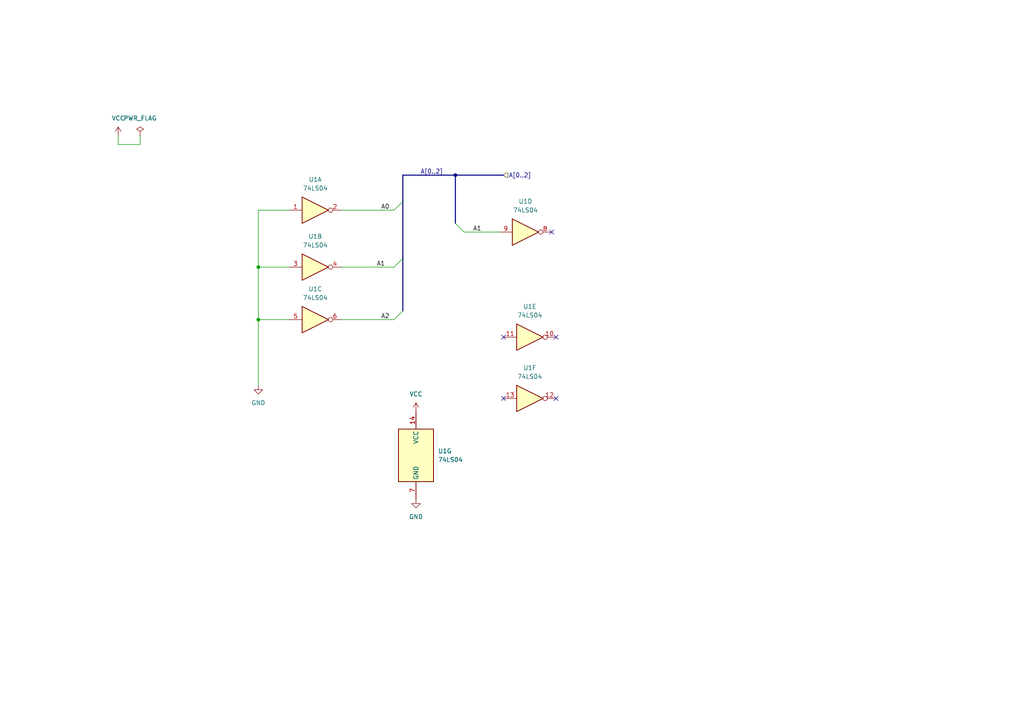
<source format=kicad_sch>
(kicad_sch (version 20230819) (generator eeschema)
  (paper "A4")
  (lib_symbols
    (symbol "74xx:74LS04"
      (property "Reference" "U" (at 0 1.27 0))
      (property "Value" "74LS04" (at 0 -1.27 0))
      (symbol "74LS04_1_0"
        (polyline (pts (xy -3.81 3.81) (xy -3.81 -3.81) (xy 3.81 0) (xy -3.81 3.81)) (stroke (width 0.254)) (fill (type background)))
        (pin input line (at -7.62 0 0) (length 3.81) (name "~") (number "1"))
        (pin output inverted (at 7.62 0 180) (length 3.81) (name "~") (number "2"))
      )
      (symbol "74LS04_2_0"
        (polyline (pts (xy -3.81 3.81) (xy -3.81 -3.81) (xy 3.81 0) (xy -3.81 3.81)) (stroke (width 0.254)) (fill (type background)))
        (pin input line (at -7.62 0 0) (length 3.81) (name "~") (number "3"))
        (pin output inverted (at 7.62 0 180) (length 3.81) (name "~") (number "4"))
      )
      (symbol "74LS04_3_0"
        (polyline (pts (xy -3.81 3.81) (xy -3.81 -3.81) (xy 3.81 0) (xy -3.81 3.81)) (stroke (width 0.254)) (fill (type background)))
        (pin input line (at -7.62 0 0) (length 3.81) (name "~") (number "5"))
        (pin output inverted (at 7.62 0 180) (length 3.81) (name "~") (number "6"))
      )
      (symbol "74LS04_4_0"
        (polyline (pts (xy -3.81 3.81) (xy -3.81 -3.81) (xy 3.81 0) (xy -3.81 3.81)) (stroke (width 0.254)) (fill (type background)))
        (pin output inverted (at 7.62 0 180) (length 3.81) (name "~") (number "8"))
        (pin input line (at -7.62 0 0) (length 3.81) (name "~") (number "9"))
      )
      (symbol "74LS04_5_0"
        (polyline (pts (xy -3.81 3.81) (xy -3.81 -3.81) (xy 3.81 0) (xy -3.81 3.81)) (stroke (width 0.254)) (fill (type background)))
        (pin output inverted (at 7.62 0 180) (length 3.81) (name "~") (number "10"))
        (pin input line (at -7.62 0 0) (length 3.81) (name "~") (number "11"))
      )
      (symbol "74LS04_6_0"
        (polyline (pts (xy -3.81 3.81) (xy -3.81 -3.81) (xy 3.81 0) (xy -3.81 3.81)) (stroke (width 0.254)) (fill (type background)))
        (pin output inverted (at 7.62 0 180) (length 3.81) (name "~") (number "12"))
        (pin input line (at -7.62 0 0) (length 3.81) (name "~") (number "13"))
      )
      (symbol "74LS04_7_0"
        (pin power_in line (at 0 12.7 270) (length 5.08) (name "VCC") (number "14"))
        (pin power_in line (at 0 -12.7 90) (length 5.08) (name "GND") (number "7"))
      )
      (symbol "74LS04_7_1"
        (rectangle (start -5.08 7.62) (end 5.08 -7.62) (stroke (width 0.254)) (fill (type background)))
      )
    )
    (symbol "power:GND" (power) (pin_names (offset 0))
      (property "Value" "GND" (at 0 -3.81 0))
      (symbol "GND_0_1"
        (polyline (pts (xy 0 0) (xy 0 -1.27) (xy 1.27 -1.27) (xy 0 -2.54) (xy -1.27 -1.27) (xy 0 -1.27)))
      )
      (symbol "GND_1_1"
        (pin power_in line (at 0 0 270) (length 0) hide (name "GND") (number "1"))
      )
    )
    (symbol "power:PWR_FLAG" (power) (pin_numbers hide) (pin_names (offset 0) hide)
      (property "Value" "PWR_FLAG" (at 0 3.81 0))
      (symbol "PWR_FLAG_0_0"
        (pin power_out line (at 0 0 90) (length 0) (name "pwr") (number "1"))
      )
      (symbol "PWR_FLAG_0_1"
        (polyline (pts (xy 0 0) (xy 0 1.27) (xy -1.016 1.905) (xy 0 2.54) (xy 1.016 1.905) (xy 0 1.27)))
      )
    )
    (symbol "power:VCC" (power) (pin_names (offset 0))
      (property "Value" "VCC" (at 0 3.81 0))
      (symbol "VCC_0_1"
        (polyline (pts (xy -0.762 1.27) (xy 0 2.54)))
        (polyline (pts (xy 0 0) (xy 0 2.54)))
        (polyline (pts (xy 0 2.54) (xy 0.762 1.27)))
      )
      (symbol "VCC_1_1"
        (pin power_in line (at 0 0 90) (length 0) hide (name "VCC") (number "1"))
      )
    )
  )
  (junction (at 74.93 92.71))
  (junction (at 132.08 50.8))
  (junction (at 74.93 77.47))
  (no_connect (at 160.02 67.31))
  (no_connect (at 161.29 115.57))
  (no_connect (at 146.05 97.79))
  (no_connect (at 161.29 97.79))
  (no_connect (at 146.05 115.57))
  (bus_entry (at 132.08 64.77) (size 2.54 2.54))
  (bus_entry (at 116.84 90.17) (size -2.54 2.54))
  (bus_entry (at 116.84 74.93) (size -2.54 2.54))
  (bus_entry (at 116.84 58.42) (size -2.54 2.54))
  (wire (pts (xy 74.93 77.47) (xy 74.93 92.71)))
  (wire (pts (xy 40.64 39.37) (xy 40.64 41.91)))
  (wire (pts (xy 74.93 77.47) (xy 83.82 77.47)))
  (bus (pts (xy 116.84 74.93) (xy 116.84 90.17)))
  (bus (pts (xy 116.84 50.8) (xy 116.84 58.42)))
  (wire (pts (xy 99.06 92.71) (xy 114.3 92.71)))
  (wire (pts (xy 74.93 77.47) (xy 74.93 60.96)))
  (wire (pts (xy 74.93 60.96) (xy 83.82 60.96)))
  (wire (pts (xy 134.62 67.31) (xy 144.78 67.31)))
  (wire (pts (xy 34.29 41.91) (xy 40.64 41.91)))
  (bus (pts (xy 146.05 50.8) (xy 132.08 50.8)))
  (wire (pts (xy 74.93 92.71) (xy 83.82 92.71)))
  (wire (pts (xy 99.06 60.96) (xy 114.3 60.96)))
  (wire (pts (xy 74.93 111.76) (xy 74.93 92.71)))
  (bus (pts (xy 116.84 58.42) (xy 116.84 74.93)))
  (bus (pts (xy 132.08 50.8) (xy 132.08 64.77)))
  (wire (pts (xy 99.06 77.47) (xy 114.3 77.47)))
  (bus (pts (xy 132.08 50.8) (xy 116.84 50.8)))
  (wire (pts (xy 34.29 39.37) (xy 34.29 41.91)))
  (label "A1" (at 137.16 67.31 0))
  (label "A0" (at 110.49 60.96 0))
  (label "A2" (at 110.49 92.71 0))
  (label "A1" (at 109.22 77.47 0))
  (label "A[0..2]" (at 121.92 50.8 0))
  (hierarchical_label "A[0..2]" (shape input) (at 146.05 50.8 0))
  (symbol (lib_id "74xx:74LS04") (at 153.67 97.79 0) (unit 5)
    (property "Reference" "U1" (at 153.67 88.9 0))
    (property "Value" "74LS04" (at 153.67 91.44 0))
    (property "Datasheet" "http://www.ti.com/lit/gpn/sn74LS04" (effects hide))
    (property "Description" "Hex Inverter" (effects hide))
  )
  (symbol (lib_id "power:VCC") (at 34.29 39.37 0) (unit 1)
    (property "Reference" "#PWR04" (effects hide))
    (property "Value" "VCC" (at 34.29 34.29 0))
    (property "Description" "Power symbol creates a global label with name \"VCC\"" (effects hide))
  )
  (symbol (lib_id "74xx:74LS04") (at 91.44 92.71 0) (unit 3)
    (property "Reference" "U1" (at 91.44 83.82 0))
    (property "Value" "74LS04" (at 91.44 86.36 0))
    (property "Datasheet" "http://www.ti.com/lit/gpn/sn74LS04" (effects hide))
    (property "Description" "Hex Inverter" (effects hide))
  )
  (symbol (lib_id "74xx:74LS04") (at 91.44 60.96 0) (unit 1)
    (property "Reference" "U1" (at 91.44 52.07 0))
    (property "Value" "74LS04" (at 91.44 54.61 0))
    (property "Datasheet" "http://www.ti.com/lit/gpn/sn74LS04" (effects hide))
    (property "Description" "Hex Inverter" (effects hide))
  )
  (symbol (lib_id "power:GND") (at 120.65 144.78 0) (unit 1)
    (property "Reference" "#PWR02" (effects hide))
    (property "Value" "GND" (at 120.65 149.86 0))
    (property "Description" "Power symbol creates a global label with name \"GND\" , ground" (effects hide))
  )
  (symbol (lib_id "74xx:74LS04") (at 152.4 67.31 0) (unit 4)
    (property "Reference" "U1" (at 152.4 58.42 0))
    (property "Value" "74LS04" (at 152.4 60.96 0))
    (property "Datasheet" "http://www.ti.com/lit/gpn/sn74LS04" (effects hide))
    (property "Description" "Hex Inverter" (effects hide))
  )
  (symbol (lib_id "power:VCC") (at 120.65 119.38 0) (unit 1)
    (property "Reference" "#PWR01" (effects hide))
    (property "Value" "VCC" (at 120.65 114.3 0))
    (property "Description" "Power symbol creates a global label with name \"VCC\"" (effects hide))
  )
  (symbol (lib_id "74xx:74LS04") (at 153.67 115.57 0) (unit 6)
    (property "Reference" "U1" (at 153.67 106.68 0))
    (property "Value" "74LS04" (at 153.67 109.22 0))
    (property "Datasheet" "http://www.ti.com/lit/gpn/sn74LS04" (effects hide))
    (property "Description" "Hex Inverter" (effects hide))
  )
  (symbol (lib_id "74xx:74LS04") (at 91.44 77.47 0) (unit 2)
    (property "Reference" "U1" (at 91.44 68.58 0))
    (property "Value" "74LS04" (at 91.44 71.12 0))
    (property "Datasheet" "http://www.ti.com/lit/gpn/sn74LS04" (effects hide))
    (property "Description" "Hex Inverter" (effects hide))
  )
  (symbol (lib_id "74xx:74LS04") (at 120.65 132.08 0) (unit 7)
    (property "Reference" "U1" (at 127 130.8099 0) (effects (justify left)))
    (property "Value" "74LS04" (at 127 133.3499 0) (effects (justify left)))
    (property "Datasheet" "http://www.ti.com/lit/gpn/sn74LS04" (effects hide))
    (property "Description" "Hex Inverter" (effects hide))
  )
  (symbol (lib_id "power:GND") (at 74.93 111.76 0) (unit 1)
    (property "Reference" "#PWR03" (effects hide))
    (property "Value" "GND" (at 74.93 116.84 0))
    (property "Description" "Power symbol creates a global label with name \"GND\" , ground" (effects hide))
  )
  (symbol (lib_id "power:PWR_FLAG") (at 40.64 39.37 0) (unit 1)
    (property "Reference" "#FLG01" (effects hide))
    (property "Value" "PWR_FLAG" (at 40.64 34.29 0))
    (property "Description" "Special symbol for telling ERC where power comes from" (effects hide))
  )
)
</source>
